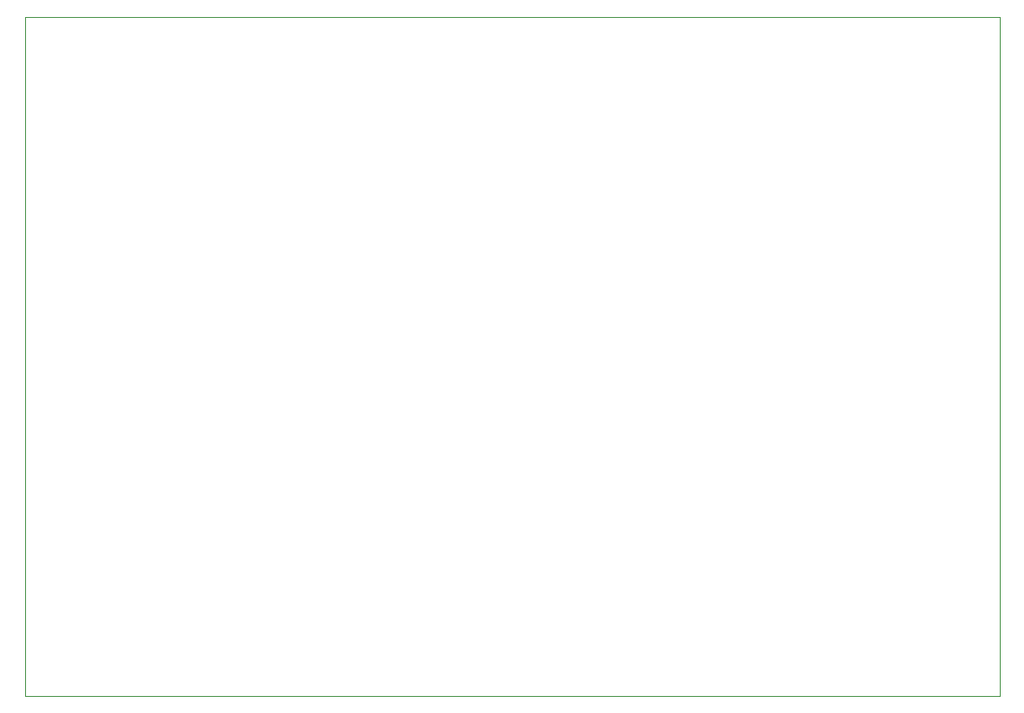
<source format=gbr>
%TF.GenerationSoftware,KiCad,Pcbnew,9.0.5*%
%TF.CreationDate,2025-12-10T20:46:38-05:00*%
%TF.ProjectId,main_board,6d61696e-5f62-46f6-9172-642e6b696361,rev?*%
%TF.SameCoordinates,Original*%
%TF.FileFunction,Profile,NP*%
%FSLAX46Y46*%
G04 Gerber Fmt 4.6, Leading zero omitted, Abs format (unit mm)*
G04 Created by KiCad (PCBNEW 9.0.5) date 2025-12-10 20:46:38*
%MOMM*%
%LPD*%
G01*
G04 APERTURE LIST*
%TA.AperFunction,Profile*%
%ADD10C,0.050000*%
%TD*%
G04 APERTURE END LIST*
D10*
X121602500Y-68580000D02*
X213677500Y-68580000D01*
X213677500Y-132715000D01*
X121602500Y-132715000D01*
X121602500Y-68580000D01*
M02*

</source>
